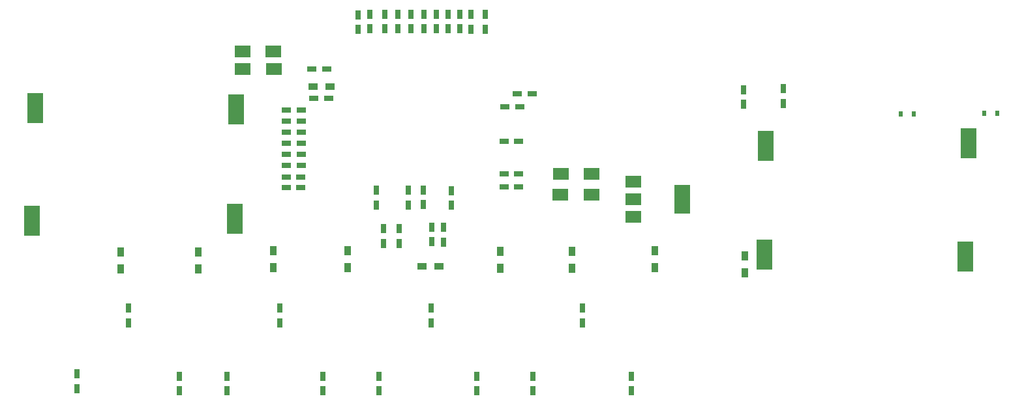
<source format=gbr>
G04 #@! TF.GenerationSoftware,KiCad,Pcbnew,(5.0.2)-1*
G04 #@! TF.CreationDate,2019-03-21T22:25:16+02:00*
G04 #@! TF.ProjectId,AVB switch with Can gateway,41564220-7377-4697-9463-682077697468,v01*
G04 #@! TF.SameCoordinates,Original*
G04 #@! TF.FileFunction,Paste,Bot*
G04 #@! TF.FilePolarity,Positive*
%FSLAX46Y46*%
G04 Gerber Fmt 4.6, Leading zero omitted, Abs format (unit mm)*
G04 Created by KiCad (PCBNEW (5.0.2)-1) date 3/21/2019 10:25:16 PM*
%MOMM*%
%LPD*%
G01*
G04 APERTURE LIST*
%ADD10R,2.000000X4.000000*%
%ADD11R,2.000000X1.600000*%
%ADD12R,0.900000X1.200000*%
%ADD13R,1.200000X0.900000*%
%ADD14R,1.200000X0.750000*%
%ADD15R,0.750000X1.200000*%
%ADD16R,0.600000X0.800000*%
%ADD17R,2.000000X3.800000*%
%ADD18R,2.000000X1.500000*%
G04 APERTURE END LIST*
D10*
G04 #@! TO.C,U9*
X99696000Y-76118000D03*
X126006000Y-75838000D03*
X126196000Y-61648000D03*
X100076000Y-61468000D03*
G04 #@! TD*
G04 #@! TO.C,U8*
X221220000Y-66070000D03*
X194910000Y-66350000D03*
X194720000Y-80540000D03*
X220840000Y-80720000D03*
G04 #@! TD*
D11*
G04 #@! TO.C,C77*
X131000000Y-54102000D03*
X127000000Y-54102000D03*
G04 #@! TD*
G04 #@! TO.C,C78*
X127064000Y-56388000D03*
X131064000Y-56388000D03*
G04 #@! TD*
D12*
G04 #@! TO.C,R14*
X121280000Y-82330000D03*
X121280000Y-80130000D03*
G04 #@! TD*
G04 #@! TO.C,R21*
X169780000Y-80060000D03*
X169780000Y-82260000D03*
G04 #@! TD*
D13*
G04 #@! TO.C,R19*
X152480000Y-82060000D03*
X150280000Y-82060000D03*
G04 #@! TD*
D12*
G04 #@! TO.C,R20*
X180500000Y-80040000D03*
X180500000Y-82240000D03*
G04 #@! TD*
G04 #@! TO.C,R15*
X111230000Y-80140000D03*
X111230000Y-82340000D03*
G04 #@! TD*
G04 #@! TO.C,R16*
X140680000Y-82210000D03*
X140680000Y-80010000D03*
G04 #@! TD*
G04 #@! TO.C,R17*
X131000000Y-80010000D03*
X131000000Y-82210000D03*
G04 #@! TD*
G04 #@! TO.C,R18*
X160430000Y-82260000D03*
X160430000Y-80060000D03*
G04 #@! TD*
D14*
G04 #@! TO.C,C4*
X136022000Y-56388000D03*
X137922000Y-56388000D03*
G04 #@! TD*
G04 #@! TO.C,C74*
X136276000Y-60198000D03*
X138176000Y-60198000D03*
G04 #@! TD*
D15*
G04 #@! TO.C,C9*
X124970000Y-96310000D03*
X124970000Y-98210000D03*
G04 #@! TD*
G04 #@! TO.C,C14*
X177520000Y-96310000D03*
X177520000Y-98210000D03*
G04 #@! TD*
G04 #@! TO.C,C13*
X171100000Y-89360000D03*
X171100000Y-87460000D03*
G04 #@! TD*
G04 #@! TO.C,C1*
X112230000Y-89360000D03*
X112230000Y-87460000D03*
G04 #@! TD*
G04 #@! TO.C,C2*
X118790000Y-96310000D03*
X118790000Y-98210000D03*
G04 #@! TD*
G04 #@! TO.C,C3*
X105480000Y-96034999D03*
X105480000Y-97934999D03*
G04 #@! TD*
G04 #@! TO.C,C7*
X131853333Y-89360000D03*
X131853333Y-87460000D03*
G04 #@! TD*
G04 #@! TO.C,C8*
X137400000Y-96310000D03*
X137400000Y-98210000D03*
G04 #@! TD*
G04 #@! TO.C,C10*
X151476666Y-89360000D03*
X151476666Y-87460000D03*
G04 #@! TD*
G04 #@! TO.C,C11*
X157460000Y-96310000D03*
X157460000Y-98210000D03*
G04 #@! TD*
G04 #@! TO.C,C12*
X144730000Y-96310000D03*
X144730000Y-98210000D03*
G04 #@! TD*
G04 #@! TO.C,C15*
X164730000Y-96310000D03*
X164730000Y-98210000D03*
G04 #@! TD*
G04 #@! TO.C,C23*
X197220000Y-60830000D03*
X197220000Y-58930000D03*
G04 #@! TD*
G04 #@! TO.C,C24*
X192024000Y-60960000D03*
X192024000Y-59060000D03*
G04 #@! TD*
G04 #@! TO.C,C29*
X142000000Y-51250000D03*
X142000000Y-49350000D03*
G04 #@! TD*
G04 #@! TO.C,C30*
X152206000Y-51150000D03*
X152206000Y-49250000D03*
G04 #@! TD*
G04 #@! TO.C,C31*
X147196000Y-51160000D03*
X147196000Y-49260000D03*
G04 #@! TD*
G04 #@! TO.C,C33*
X147370000Y-77150000D03*
X147370000Y-79050000D03*
G04 #@! TD*
G04 #@! TO.C,C34*
X153070000Y-76990000D03*
X153070000Y-78890000D03*
G04 #@! TD*
D14*
G04 #@! TO.C,C35*
X160950000Y-65800000D03*
X162850000Y-65800000D03*
G04 #@! TD*
G04 #@! TO.C,C36*
X161090000Y-61260000D03*
X162990000Y-61260000D03*
G04 #@! TD*
D15*
G04 #@! TO.C,C37*
X156676000Y-51170000D03*
X156676000Y-49270000D03*
G04 #@! TD*
G04 #@! TO.C,C38*
X153716000Y-51140000D03*
X153716000Y-49240000D03*
G04 #@! TD*
G04 #@! TO.C,C39*
X145446000Y-51160000D03*
X145446000Y-49260000D03*
G04 #@! TD*
D14*
G04 #@! TO.C,C40*
X134620000Y-61720000D03*
X132720000Y-61720000D03*
G04 #@! TD*
G04 #@! TO.C,C41*
X134620000Y-63170000D03*
X132720000Y-63170000D03*
G04 #@! TD*
D15*
G04 #@! TO.C,C43*
X144420000Y-72140000D03*
X144420000Y-74040000D03*
G04 #@! TD*
G04 #@! TO.C,C44*
X148500000Y-72130000D03*
X148500000Y-74030000D03*
G04 #@! TD*
G04 #@! TO.C,C45*
X150520000Y-72100000D03*
X150520000Y-74000000D03*
G04 #@! TD*
G04 #@! TO.C,C46*
X154130000Y-72190000D03*
X154130000Y-74090000D03*
G04 #@! TD*
D14*
G04 #@! TO.C,C47*
X160950000Y-71725000D03*
X162850000Y-71725000D03*
G04 #@! TD*
G04 #@! TO.C,C48*
X160950000Y-70000000D03*
X162850000Y-70000000D03*
G04 #@! TD*
G04 #@! TO.C,C49*
X134620000Y-66040000D03*
X132720000Y-66040000D03*
G04 #@! TD*
G04 #@! TO.C,C50*
X134610000Y-67460000D03*
X132710000Y-67460000D03*
G04 #@! TD*
G04 #@! TO.C,C51*
X134600000Y-70420000D03*
X132700000Y-70420000D03*
G04 #@! TD*
D15*
G04 #@! TO.C,C53*
X145320000Y-77150000D03*
X145320000Y-79050000D03*
G04 #@! TD*
G04 #@! TO.C,C54*
X151560000Y-76930000D03*
X151560000Y-78830000D03*
G04 #@! TD*
D14*
G04 #@! TO.C,C57*
X134620000Y-64570000D03*
X132720000Y-64570000D03*
G04 #@! TD*
G04 #@! TO.C,C58*
X134620000Y-68920000D03*
X132720000Y-68920000D03*
G04 #@! TD*
G04 #@! TO.C,C59*
X134560000Y-71820000D03*
X132660000Y-71820000D03*
G04 #@! TD*
D15*
G04 #@! TO.C,C60*
X143526000Y-51150000D03*
X143526000Y-49250000D03*
G04 #@! TD*
G04 #@! TO.C,C61*
X150596000Y-51160000D03*
X150596000Y-49260000D03*
G04 #@! TD*
G04 #@! TO.C,C62*
X148896000Y-51160000D03*
X148896000Y-49260000D03*
G04 #@! TD*
G04 #@! TO.C,C63*
X158496000Y-51176000D03*
X158496000Y-49276000D03*
G04 #@! TD*
G04 #@! TO.C,C64*
X155206000Y-51150000D03*
X155206000Y-49250000D03*
G04 #@! TD*
D14*
G04 #@! TO.C,C65*
X162690000Y-59560000D03*
X164590000Y-59560000D03*
G04 #@! TD*
D16*
G04 #@! TO.C,D2*
X223270000Y-62140000D03*
X224970000Y-62140000D03*
G04 #@! TD*
G04 #@! TO.C,D3*
X212480000Y-62200000D03*
X214180000Y-62200000D03*
G04 #@! TD*
D13*
G04 #@! TO.C,R2*
X136150000Y-58700000D03*
X138350000Y-58700000D03*
G04 #@! TD*
D12*
G04 #@! TO.C,R6*
X192200000Y-82900000D03*
X192200000Y-80700000D03*
G04 #@! TD*
D11*
G04 #@! TO.C,C68*
X172325000Y-69975000D03*
X168325000Y-69975000D03*
G04 #@! TD*
G04 #@! TO.C,C73*
X172300000Y-72725000D03*
X168300000Y-72725000D03*
G04 #@! TD*
D17*
G04 #@! TO.C,U3*
X184060000Y-73330000D03*
D18*
X177760000Y-73330000D03*
X177760000Y-71030000D03*
X177760000Y-75630000D03*
G04 #@! TD*
M02*

</source>
